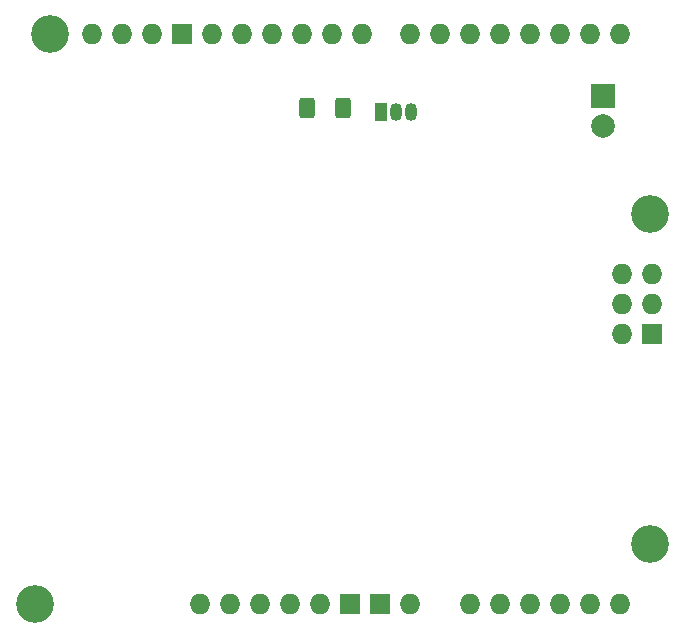
<source format=gts>
%TF.GenerationSoftware,KiCad,Pcbnew,8.0.3*%
%TF.CreationDate,2025-01-08T21:35:48+01:00*%
%TF.ProjectId,ArduinoNICShield,41726475-696e-46f4-9e49-43536869656c,rev?*%
%TF.SameCoordinates,Original*%
%TF.FileFunction,Soldermask,Top*%
%TF.FilePolarity,Negative*%
%FSLAX46Y46*%
G04 Gerber Fmt 4.6, Leading zero omitted, Abs format (unit mm)*
G04 Created by KiCad (PCBNEW 8.0.3) date 2025-01-08 21:35:48*
%MOMM*%
%LPD*%
G01*
G04 APERTURE LIST*
G04 Aperture macros list*
%AMRoundRect*
0 Rectangle with rounded corners*
0 $1 Rounding radius*
0 $2 $3 $4 $5 $6 $7 $8 $9 X,Y pos of 4 corners*
0 Add a 4 corners polygon primitive as box body*
4,1,4,$2,$3,$4,$5,$6,$7,$8,$9,$2,$3,0*
0 Add four circle primitives for the rounded corners*
1,1,$1+$1,$2,$3*
1,1,$1+$1,$4,$5*
1,1,$1+$1,$6,$7*
1,1,$1+$1,$8,$9*
0 Add four rect primitives between the rounded corners*
20,1,$1+$1,$2,$3,$4,$5,0*
20,1,$1+$1,$4,$5,$6,$7,0*
20,1,$1+$1,$6,$7,$8,$9,0*
20,1,$1+$1,$8,$9,$2,$3,0*%
G04 Aperture macros list end*
%ADD10RoundRect,0.250000X-0.400000X-0.625000X0.400000X-0.625000X0.400000X0.625000X-0.400000X0.625000X0*%
%ADD11R,2.000000X2.000000*%
%ADD12C,2.000000*%
%ADD13O,1.050000X1.500000*%
%ADD14R,1.050000X1.500000*%
%ADD15O,1.727200X1.727200*%
%ADD16R,1.727200X1.727200*%
%ADD17C,3.200000*%
G04 APERTURE END LIST*
D10*
%TO.C,R1*%
X138450000Y-71500000D03*
X141550000Y-71500000D03*
%TD*%
D11*
%TO.C,J2*%
X163500000Y-70460000D03*
D12*
X163500000Y-73000000D03*
%TD*%
D13*
%TO.C,Q1*%
X147270000Y-71860000D03*
X146000000Y-71860000D03*
D14*
X144730000Y-71860000D03*
%TD*%
D15*
%TO.C,A1*%
X147220000Y-113500000D03*
X122836000Y-65240000D03*
X120296000Y-65240000D03*
X165127000Y-88100000D03*
X165127000Y-90640000D03*
X134520000Y-113500000D03*
X167667000Y-88100000D03*
X165127000Y-85560000D03*
X131980000Y-113500000D03*
D16*
X167667000Y-90640000D03*
X144680000Y-113500000D03*
X142140000Y-113500000D03*
X127916000Y-65240000D03*
D15*
X130456000Y-65240000D03*
X132996000Y-65240000D03*
X135536000Y-65240000D03*
X138076000Y-65240000D03*
X140616000Y-65240000D03*
X143156000Y-65240000D03*
X147220000Y-65240000D03*
X149760000Y-65240000D03*
X152300000Y-65240000D03*
X154840000Y-65240000D03*
X157380000Y-65240000D03*
X159920000Y-65240000D03*
X162460000Y-65240000D03*
X165000000Y-65240000D03*
X125376000Y-65240000D03*
X165000000Y-113500000D03*
X162460000Y-113500000D03*
X159920000Y-113500000D03*
X157380000Y-113500000D03*
X154840000Y-113500000D03*
X152300000Y-113500000D03*
X167667000Y-85560000D03*
X139600000Y-113500000D03*
X137060000Y-113500000D03*
D17*
X167540000Y-80480000D03*
D15*
X129440000Y-113500000D03*
D17*
X167540000Y-108420000D03*
X116740000Y-65240000D03*
X115470000Y-113500000D03*
%TD*%
M02*

</source>
